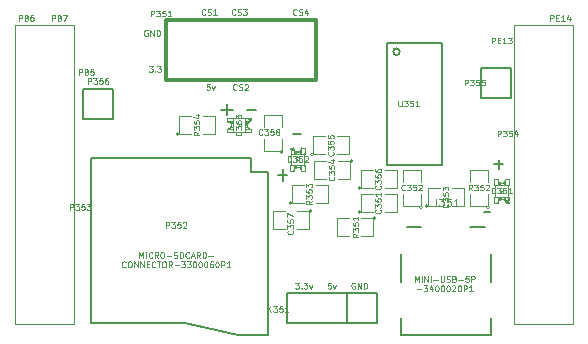
<source format=gto>
G04 (created by PCBNEW (2013-07-07 BZR 4022)-stable) date 24/01/2014 20:14:09*
%MOIN*%
G04 Gerber Fmt 3.4, Leading zero omitted, Abs format*
%FSLAX34Y34*%
G01*
G70*
G90*
G04 APERTURE LIST*
%ADD10C,0.00590551*%
%ADD11C,0.00787402*%
%ADD12C,0.004925*%
%ADD13C,0.004*%
%ADD14C,0.0039*%
%ADD15C,0.0026*%
%ADD16C,0.002*%
%ADD17C,0.0059*%
%ADD18C,0.006*%
%ADD19C,0.012*%
%ADD20C,0.005*%
%ADD21C,0.0043*%
%ADD22C,0.0035*%
G04 APERTURE END LIST*
G54D10*
G54D11*
X76750Y-63300D02*
X76800Y-63300D01*
X76600Y-63450D02*
X76600Y-63100D01*
X76400Y-63300D02*
X76750Y-63300D01*
X77250Y-63300D02*
X77550Y-63300D01*
X78450Y-65250D02*
X78450Y-65650D01*
X78300Y-65450D02*
X78600Y-65450D01*
X78800Y-64100D02*
X79050Y-64100D01*
X85350Y-66700D02*
X85150Y-66700D01*
X85650Y-65250D02*
X85650Y-64950D01*
X85500Y-65100D02*
X85800Y-65100D01*
G54D12*
X71656Y-62129D02*
X71656Y-61932D01*
X71731Y-61932D01*
X71749Y-61942D01*
X71759Y-61951D01*
X71768Y-61970D01*
X71768Y-61998D01*
X71759Y-62017D01*
X71749Y-62026D01*
X71731Y-62035D01*
X71656Y-62035D01*
X71918Y-62026D02*
X71946Y-62035D01*
X71956Y-62045D01*
X71965Y-62064D01*
X71965Y-62092D01*
X71956Y-62110D01*
X71946Y-62120D01*
X71928Y-62129D01*
X71853Y-62129D01*
X71853Y-61932D01*
X71918Y-61932D01*
X71937Y-61942D01*
X71946Y-61951D01*
X71956Y-61970D01*
X71956Y-61989D01*
X71946Y-62007D01*
X71937Y-62017D01*
X71918Y-62026D01*
X71853Y-62026D01*
X72143Y-61932D02*
X72050Y-61932D01*
X72040Y-62026D01*
X72050Y-62017D01*
X72068Y-62007D01*
X72115Y-62007D01*
X72134Y-62017D01*
X72143Y-62026D01*
X72153Y-62045D01*
X72153Y-62092D01*
X72143Y-62110D01*
X72134Y-62120D01*
X72115Y-62129D01*
X72068Y-62129D01*
X72050Y-62120D01*
X72040Y-62110D01*
X76923Y-62610D02*
X76913Y-62620D01*
X76885Y-62629D01*
X76867Y-62629D01*
X76838Y-62620D01*
X76820Y-62601D01*
X76810Y-62582D01*
X76801Y-62545D01*
X76801Y-62517D01*
X76810Y-62479D01*
X76820Y-62460D01*
X76838Y-62442D01*
X76867Y-62432D01*
X76885Y-62432D01*
X76913Y-62442D01*
X76923Y-62451D01*
X76998Y-62620D02*
X77026Y-62629D01*
X77073Y-62629D01*
X77092Y-62620D01*
X77101Y-62610D01*
X77110Y-62592D01*
X77110Y-62573D01*
X77101Y-62554D01*
X77092Y-62545D01*
X77073Y-62535D01*
X77035Y-62526D01*
X77017Y-62517D01*
X77007Y-62507D01*
X76998Y-62489D01*
X76998Y-62470D01*
X77007Y-62451D01*
X77017Y-62442D01*
X77035Y-62432D01*
X77082Y-62432D01*
X77110Y-62442D01*
X77186Y-62451D02*
X77195Y-62442D01*
X77214Y-62432D01*
X77261Y-62432D01*
X77279Y-62442D01*
X77289Y-62451D01*
X77298Y-62470D01*
X77298Y-62489D01*
X77289Y-62517D01*
X77176Y-62629D01*
X77298Y-62629D01*
X78923Y-60110D02*
X78913Y-60120D01*
X78885Y-60129D01*
X78867Y-60129D01*
X78838Y-60120D01*
X78820Y-60101D01*
X78810Y-60082D01*
X78801Y-60045D01*
X78801Y-60017D01*
X78810Y-59979D01*
X78820Y-59960D01*
X78838Y-59942D01*
X78867Y-59932D01*
X78885Y-59932D01*
X78913Y-59942D01*
X78923Y-59951D01*
X78998Y-60120D02*
X79026Y-60129D01*
X79073Y-60129D01*
X79092Y-60120D01*
X79101Y-60110D01*
X79110Y-60092D01*
X79110Y-60073D01*
X79101Y-60054D01*
X79092Y-60045D01*
X79073Y-60035D01*
X79035Y-60026D01*
X79017Y-60017D01*
X79007Y-60007D01*
X78998Y-59989D01*
X78998Y-59970D01*
X79007Y-59951D01*
X79017Y-59942D01*
X79035Y-59932D01*
X79082Y-59932D01*
X79110Y-59942D01*
X79279Y-59998D02*
X79279Y-60129D01*
X79232Y-59923D02*
X79186Y-60064D01*
X79307Y-60064D01*
X76873Y-60110D02*
X76863Y-60120D01*
X76835Y-60129D01*
X76817Y-60129D01*
X76788Y-60120D01*
X76770Y-60101D01*
X76760Y-60082D01*
X76751Y-60045D01*
X76751Y-60017D01*
X76760Y-59979D01*
X76770Y-59960D01*
X76788Y-59942D01*
X76817Y-59932D01*
X76835Y-59932D01*
X76863Y-59942D01*
X76873Y-59951D01*
X76948Y-60120D02*
X76976Y-60129D01*
X77023Y-60129D01*
X77042Y-60120D01*
X77051Y-60110D01*
X77060Y-60092D01*
X77060Y-60073D01*
X77051Y-60054D01*
X77042Y-60045D01*
X77023Y-60035D01*
X76985Y-60026D01*
X76967Y-60017D01*
X76957Y-60007D01*
X76948Y-59989D01*
X76948Y-59970D01*
X76957Y-59951D01*
X76967Y-59942D01*
X76985Y-59932D01*
X77032Y-59932D01*
X77060Y-59942D01*
X77126Y-59932D02*
X77248Y-59932D01*
X77182Y-60007D01*
X77211Y-60007D01*
X77229Y-60017D01*
X77239Y-60026D01*
X77248Y-60045D01*
X77248Y-60092D01*
X77239Y-60110D01*
X77229Y-60120D01*
X77211Y-60129D01*
X77154Y-60129D01*
X77136Y-60120D01*
X77126Y-60110D01*
X75873Y-60110D02*
X75863Y-60120D01*
X75835Y-60129D01*
X75817Y-60129D01*
X75788Y-60120D01*
X75770Y-60101D01*
X75760Y-60082D01*
X75751Y-60045D01*
X75751Y-60017D01*
X75760Y-59979D01*
X75770Y-59960D01*
X75788Y-59942D01*
X75817Y-59932D01*
X75835Y-59932D01*
X75863Y-59942D01*
X75873Y-59951D01*
X75948Y-60120D02*
X75976Y-60129D01*
X76023Y-60129D01*
X76042Y-60120D01*
X76051Y-60110D01*
X76060Y-60092D01*
X76060Y-60073D01*
X76051Y-60054D01*
X76042Y-60045D01*
X76023Y-60035D01*
X75985Y-60026D01*
X75967Y-60017D01*
X75957Y-60007D01*
X75948Y-59989D01*
X75948Y-59970D01*
X75957Y-59951D01*
X75967Y-59942D01*
X75985Y-59932D01*
X76032Y-59932D01*
X76060Y-59942D01*
X76248Y-60129D02*
X76136Y-60129D01*
X76192Y-60129D02*
X76192Y-59932D01*
X76173Y-59960D01*
X76154Y-59979D01*
X76136Y-59989D01*
X76021Y-62432D02*
X75928Y-62432D01*
X75918Y-62526D01*
X75928Y-62517D01*
X75946Y-62507D01*
X75993Y-62507D01*
X76012Y-62517D01*
X76021Y-62526D01*
X76031Y-62545D01*
X76031Y-62592D01*
X76021Y-62610D01*
X76012Y-62620D01*
X75993Y-62629D01*
X75946Y-62629D01*
X75928Y-62620D01*
X75918Y-62610D01*
X76096Y-62498D02*
X76143Y-62629D01*
X76190Y-62498D01*
X73993Y-61832D02*
X74115Y-61832D01*
X74049Y-61907D01*
X74078Y-61907D01*
X74096Y-61917D01*
X74106Y-61926D01*
X74115Y-61945D01*
X74115Y-61992D01*
X74106Y-62010D01*
X74096Y-62020D01*
X74078Y-62029D01*
X74021Y-62029D01*
X74003Y-62020D01*
X73993Y-62010D01*
X74200Y-62010D02*
X74209Y-62020D01*
X74200Y-62029D01*
X74190Y-62020D01*
X74200Y-62010D01*
X74200Y-62029D01*
X74275Y-61832D02*
X74397Y-61832D01*
X74331Y-61907D01*
X74359Y-61907D01*
X74378Y-61917D01*
X74387Y-61926D01*
X74397Y-61945D01*
X74397Y-61992D01*
X74387Y-62010D01*
X74378Y-62020D01*
X74359Y-62029D01*
X74303Y-62029D01*
X74284Y-62020D01*
X74275Y-62010D01*
X70756Y-60329D02*
X70756Y-60132D01*
X70831Y-60132D01*
X70849Y-60142D01*
X70859Y-60151D01*
X70868Y-60170D01*
X70868Y-60198D01*
X70859Y-60217D01*
X70849Y-60226D01*
X70831Y-60235D01*
X70756Y-60235D01*
X71018Y-60226D02*
X71046Y-60235D01*
X71056Y-60245D01*
X71065Y-60264D01*
X71065Y-60292D01*
X71056Y-60310D01*
X71046Y-60320D01*
X71028Y-60329D01*
X70953Y-60329D01*
X70953Y-60132D01*
X71018Y-60132D01*
X71037Y-60142D01*
X71046Y-60151D01*
X71056Y-60170D01*
X71056Y-60189D01*
X71046Y-60207D01*
X71037Y-60217D01*
X71018Y-60226D01*
X70953Y-60226D01*
X71131Y-60132D02*
X71262Y-60132D01*
X71178Y-60329D01*
X69656Y-60329D02*
X69656Y-60132D01*
X69731Y-60132D01*
X69749Y-60142D01*
X69759Y-60151D01*
X69768Y-60170D01*
X69768Y-60198D01*
X69759Y-60217D01*
X69749Y-60226D01*
X69731Y-60235D01*
X69656Y-60235D01*
X69918Y-60226D02*
X69946Y-60235D01*
X69956Y-60245D01*
X69965Y-60264D01*
X69965Y-60292D01*
X69956Y-60310D01*
X69946Y-60320D01*
X69928Y-60329D01*
X69853Y-60329D01*
X69853Y-60132D01*
X69918Y-60132D01*
X69937Y-60142D01*
X69946Y-60151D01*
X69956Y-60170D01*
X69956Y-60189D01*
X69946Y-60207D01*
X69937Y-60217D01*
X69918Y-60226D01*
X69853Y-60226D01*
X70134Y-60132D02*
X70097Y-60132D01*
X70078Y-60142D01*
X70068Y-60151D01*
X70050Y-60179D01*
X70040Y-60217D01*
X70040Y-60292D01*
X70050Y-60310D01*
X70059Y-60320D01*
X70078Y-60329D01*
X70115Y-60329D01*
X70134Y-60320D01*
X70143Y-60310D01*
X70153Y-60292D01*
X70153Y-60245D01*
X70143Y-60226D01*
X70134Y-60217D01*
X70115Y-60207D01*
X70078Y-60207D01*
X70059Y-60217D01*
X70050Y-60226D01*
X70040Y-60245D01*
X73949Y-60642D02*
X73931Y-60632D01*
X73903Y-60632D01*
X73874Y-60642D01*
X73856Y-60660D01*
X73846Y-60679D01*
X73837Y-60717D01*
X73837Y-60745D01*
X73846Y-60782D01*
X73856Y-60801D01*
X73874Y-60820D01*
X73903Y-60829D01*
X73921Y-60829D01*
X73949Y-60820D01*
X73959Y-60810D01*
X73959Y-60745D01*
X73921Y-60745D01*
X74043Y-60829D02*
X74043Y-60632D01*
X74156Y-60829D01*
X74156Y-60632D01*
X74250Y-60829D02*
X74250Y-60632D01*
X74297Y-60632D01*
X74325Y-60642D01*
X74343Y-60660D01*
X74353Y-60679D01*
X74362Y-60717D01*
X74362Y-60745D01*
X74353Y-60782D01*
X74343Y-60801D01*
X74325Y-60820D01*
X74297Y-60829D01*
X74250Y-60829D01*
X87371Y-60329D02*
X87371Y-60132D01*
X87446Y-60132D01*
X87465Y-60142D01*
X87474Y-60151D01*
X87484Y-60170D01*
X87484Y-60198D01*
X87474Y-60217D01*
X87465Y-60226D01*
X87446Y-60235D01*
X87371Y-60235D01*
X87568Y-60226D02*
X87634Y-60226D01*
X87662Y-60329D02*
X87568Y-60329D01*
X87568Y-60132D01*
X87662Y-60132D01*
X87850Y-60329D02*
X87737Y-60329D01*
X87793Y-60329D02*
X87793Y-60132D01*
X87775Y-60160D01*
X87756Y-60179D01*
X87737Y-60189D01*
X88018Y-60198D02*
X88018Y-60329D01*
X87972Y-60123D02*
X87925Y-60264D01*
X88047Y-60264D01*
X85421Y-61079D02*
X85421Y-60882D01*
X85496Y-60882D01*
X85515Y-60892D01*
X85524Y-60901D01*
X85534Y-60920D01*
X85534Y-60948D01*
X85524Y-60967D01*
X85515Y-60976D01*
X85496Y-60985D01*
X85421Y-60985D01*
X85618Y-60976D02*
X85684Y-60976D01*
X85712Y-61079D02*
X85618Y-61079D01*
X85618Y-60882D01*
X85712Y-60882D01*
X85900Y-61079D02*
X85787Y-61079D01*
X85843Y-61079D02*
X85843Y-60882D01*
X85825Y-60910D01*
X85806Y-60929D01*
X85787Y-60939D01*
X85965Y-60882D02*
X86087Y-60882D01*
X86022Y-60957D01*
X86050Y-60957D01*
X86068Y-60967D01*
X86078Y-60976D01*
X86087Y-60995D01*
X86087Y-61042D01*
X86078Y-61060D01*
X86068Y-61070D01*
X86050Y-61079D01*
X85993Y-61079D01*
X85975Y-61070D01*
X85965Y-61060D01*
G54D13*
X78874Y-69057D02*
X78996Y-69057D01*
X78930Y-69132D01*
X78958Y-69132D01*
X78977Y-69142D01*
X78986Y-69151D01*
X78996Y-69170D01*
X78996Y-69217D01*
X78986Y-69235D01*
X78977Y-69245D01*
X78958Y-69254D01*
X78902Y-69254D01*
X78883Y-69245D01*
X78874Y-69235D01*
X79080Y-69235D02*
X79090Y-69245D01*
X79080Y-69254D01*
X79071Y-69245D01*
X79080Y-69235D01*
X79080Y-69254D01*
X79155Y-69057D02*
X79277Y-69057D01*
X79211Y-69132D01*
X79240Y-69132D01*
X79258Y-69142D01*
X79268Y-69151D01*
X79277Y-69170D01*
X79277Y-69217D01*
X79268Y-69235D01*
X79258Y-69245D01*
X79240Y-69254D01*
X79183Y-69254D01*
X79165Y-69245D01*
X79155Y-69235D01*
X79343Y-69123D02*
X79390Y-69254D01*
X79437Y-69123D01*
X80056Y-69057D02*
X79962Y-69057D01*
X79953Y-69151D01*
X79962Y-69142D01*
X79981Y-69132D01*
X80028Y-69132D01*
X80046Y-69142D01*
X80056Y-69151D01*
X80065Y-69170D01*
X80065Y-69217D01*
X80056Y-69235D01*
X80046Y-69245D01*
X80028Y-69254D01*
X79981Y-69254D01*
X79962Y-69245D01*
X79953Y-69235D01*
X80131Y-69123D02*
X80178Y-69254D01*
X80225Y-69123D01*
X80853Y-69067D02*
X80834Y-69057D01*
X80806Y-69057D01*
X80778Y-69067D01*
X80759Y-69085D01*
X80750Y-69104D01*
X80741Y-69142D01*
X80741Y-69170D01*
X80750Y-69207D01*
X80759Y-69226D01*
X80778Y-69245D01*
X80806Y-69254D01*
X80825Y-69254D01*
X80853Y-69245D01*
X80863Y-69235D01*
X80863Y-69170D01*
X80825Y-69170D01*
X80947Y-69254D02*
X80947Y-69057D01*
X81060Y-69254D01*
X81060Y-69057D01*
X81153Y-69254D02*
X81153Y-69057D01*
X81200Y-69057D01*
X81228Y-69067D01*
X81247Y-69085D01*
X81257Y-69104D01*
X81266Y-69142D01*
X81266Y-69170D01*
X81257Y-69207D01*
X81247Y-69226D01*
X81228Y-69245D01*
X81200Y-69254D01*
X81153Y-69254D01*
X82855Y-69029D02*
X82855Y-68832D01*
X82921Y-68973D01*
X82986Y-68832D01*
X82986Y-69029D01*
X83080Y-69029D02*
X83080Y-68832D01*
X83174Y-69029D02*
X83174Y-68832D01*
X83287Y-69029D01*
X83287Y-68832D01*
X83380Y-69029D02*
X83380Y-68832D01*
X83474Y-68954D02*
X83624Y-68954D01*
X83718Y-68832D02*
X83718Y-68992D01*
X83728Y-69010D01*
X83737Y-69020D01*
X83756Y-69029D01*
X83793Y-69029D01*
X83812Y-69020D01*
X83821Y-69010D01*
X83831Y-68992D01*
X83831Y-68832D01*
X83915Y-69020D02*
X83943Y-69029D01*
X83990Y-69029D01*
X84009Y-69020D01*
X84018Y-69010D01*
X84028Y-68992D01*
X84028Y-68973D01*
X84018Y-68954D01*
X84009Y-68945D01*
X83990Y-68935D01*
X83953Y-68926D01*
X83934Y-68917D01*
X83925Y-68907D01*
X83915Y-68889D01*
X83915Y-68870D01*
X83925Y-68851D01*
X83934Y-68842D01*
X83953Y-68832D01*
X84000Y-68832D01*
X84028Y-68842D01*
X84178Y-68926D02*
X84206Y-68935D01*
X84215Y-68945D01*
X84225Y-68964D01*
X84225Y-68992D01*
X84215Y-69010D01*
X84206Y-69020D01*
X84187Y-69029D01*
X84112Y-69029D01*
X84112Y-68832D01*
X84178Y-68832D01*
X84197Y-68842D01*
X84206Y-68851D01*
X84215Y-68870D01*
X84215Y-68889D01*
X84206Y-68907D01*
X84197Y-68917D01*
X84178Y-68926D01*
X84112Y-68926D01*
X84309Y-68954D02*
X84459Y-68954D01*
X84647Y-68832D02*
X84553Y-68832D01*
X84544Y-68926D01*
X84553Y-68917D01*
X84572Y-68907D01*
X84619Y-68907D01*
X84638Y-68917D01*
X84647Y-68926D01*
X84656Y-68945D01*
X84656Y-68992D01*
X84647Y-69010D01*
X84638Y-69020D01*
X84619Y-69029D01*
X84572Y-69029D01*
X84553Y-69020D01*
X84544Y-69010D01*
X84741Y-69029D02*
X84741Y-68832D01*
X84816Y-68832D01*
X84835Y-68842D01*
X84844Y-68851D01*
X84853Y-68870D01*
X84853Y-68898D01*
X84844Y-68917D01*
X84835Y-68926D01*
X84816Y-68935D01*
X84741Y-68935D01*
X82925Y-69270D02*
X83076Y-69270D01*
X83151Y-69148D02*
X83273Y-69148D01*
X83207Y-69223D01*
X83235Y-69223D01*
X83254Y-69232D01*
X83263Y-69242D01*
X83273Y-69261D01*
X83273Y-69308D01*
X83263Y-69326D01*
X83254Y-69336D01*
X83235Y-69345D01*
X83179Y-69345D01*
X83160Y-69336D01*
X83151Y-69326D01*
X83441Y-69214D02*
X83441Y-69345D01*
X83395Y-69139D02*
X83348Y-69279D01*
X83470Y-69279D01*
X83582Y-69148D02*
X83601Y-69148D01*
X83620Y-69157D01*
X83629Y-69167D01*
X83638Y-69186D01*
X83648Y-69223D01*
X83648Y-69270D01*
X83638Y-69308D01*
X83629Y-69326D01*
X83620Y-69336D01*
X83601Y-69345D01*
X83582Y-69345D01*
X83563Y-69336D01*
X83554Y-69326D01*
X83545Y-69308D01*
X83535Y-69270D01*
X83535Y-69223D01*
X83545Y-69186D01*
X83554Y-69167D01*
X83563Y-69157D01*
X83582Y-69148D01*
X83770Y-69148D02*
X83789Y-69148D01*
X83807Y-69157D01*
X83817Y-69167D01*
X83826Y-69186D01*
X83835Y-69223D01*
X83835Y-69270D01*
X83826Y-69308D01*
X83817Y-69326D01*
X83807Y-69336D01*
X83789Y-69345D01*
X83770Y-69345D01*
X83751Y-69336D01*
X83742Y-69326D01*
X83732Y-69308D01*
X83723Y-69270D01*
X83723Y-69223D01*
X83732Y-69186D01*
X83742Y-69167D01*
X83751Y-69157D01*
X83770Y-69148D01*
X83957Y-69148D02*
X83976Y-69148D01*
X83995Y-69157D01*
X84004Y-69167D01*
X84014Y-69186D01*
X84023Y-69223D01*
X84023Y-69270D01*
X84014Y-69308D01*
X84004Y-69326D01*
X83995Y-69336D01*
X83976Y-69345D01*
X83957Y-69345D01*
X83939Y-69336D01*
X83929Y-69326D01*
X83920Y-69308D01*
X83910Y-69270D01*
X83910Y-69223D01*
X83920Y-69186D01*
X83929Y-69167D01*
X83939Y-69157D01*
X83957Y-69148D01*
X84098Y-69167D02*
X84107Y-69157D01*
X84126Y-69148D01*
X84173Y-69148D01*
X84192Y-69157D01*
X84201Y-69167D01*
X84211Y-69186D01*
X84211Y-69204D01*
X84201Y-69232D01*
X84089Y-69345D01*
X84211Y-69345D01*
X84333Y-69148D02*
X84351Y-69148D01*
X84370Y-69157D01*
X84380Y-69167D01*
X84389Y-69186D01*
X84398Y-69223D01*
X84398Y-69270D01*
X84389Y-69308D01*
X84380Y-69326D01*
X84370Y-69336D01*
X84351Y-69345D01*
X84333Y-69345D01*
X84314Y-69336D01*
X84304Y-69326D01*
X84295Y-69308D01*
X84286Y-69270D01*
X84286Y-69223D01*
X84295Y-69186D01*
X84304Y-69167D01*
X84314Y-69157D01*
X84333Y-69148D01*
X84483Y-69345D02*
X84483Y-69148D01*
X84558Y-69148D01*
X84577Y-69157D01*
X84586Y-69167D01*
X84595Y-69186D01*
X84595Y-69214D01*
X84586Y-69232D01*
X84577Y-69242D01*
X84558Y-69251D01*
X84483Y-69251D01*
X84783Y-69345D02*
X84670Y-69345D01*
X84727Y-69345D02*
X84727Y-69148D01*
X84708Y-69176D01*
X84689Y-69195D01*
X84670Y-69204D01*
X73671Y-68229D02*
X73671Y-68032D01*
X73736Y-68173D01*
X73802Y-68032D01*
X73802Y-68229D01*
X73896Y-68229D02*
X73896Y-68032D01*
X74102Y-68210D02*
X74093Y-68220D01*
X74065Y-68229D01*
X74046Y-68229D01*
X74018Y-68220D01*
X73999Y-68201D01*
X73990Y-68182D01*
X73980Y-68145D01*
X73980Y-68117D01*
X73990Y-68079D01*
X73999Y-68060D01*
X74018Y-68042D01*
X74046Y-68032D01*
X74065Y-68032D01*
X74093Y-68042D01*
X74102Y-68051D01*
X74299Y-68229D02*
X74233Y-68135D01*
X74187Y-68229D02*
X74187Y-68032D01*
X74262Y-68032D01*
X74280Y-68042D01*
X74290Y-68051D01*
X74299Y-68070D01*
X74299Y-68098D01*
X74290Y-68117D01*
X74280Y-68126D01*
X74262Y-68135D01*
X74187Y-68135D01*
X74421Y-68032D02*
X74459Y-68032D01*
X74477Y-68042D01*
X74496Y-68060D01*
X74506Y-68098D01*
X74506Y-68164D01*
X74496Y-68201D01*
X74477Y-68220D01*
X74459Y-68229D01*
X74421Y-68229D01*
X74402Y-68220D01*
X74384Y-68201D01*
X74374Y-68164D01*
X74374Y-68098D01*
X74384Y-68060D01*
X74402Y-68042D01*
X74421Y-68032D01*
X74590Y-68154D02*
X74740Y-68154D01*
X74824Y-68220D02*
X74853Y-68229D01*
X74900Y-68229D01*
X74918Y-68220D01*
X74928Y-68210D01*
X74937Y-68192D01*
X74937Y-68173D01*
X74928Y-68154D01*
X74918Y-68145D01*
X74900Y-68135D01*
X74862Y-68126D01*
X74843Y-68117D01*
X74834Y-68107D01*
X74824Y-68089D01*
X74824Y-68070D01*
X74834Y-68051D01*
X74843Y-68042D01*
X74862Y-68032D01*
X74909Y-68032D01*
X74937Y-68042D01*
X75021Y-68229D02*
X75021Y-68032D01*
X75068Y-68032D01*
X75097Y-68042D01*
X75115Y-68060D01*
X75125Y-68079D01*
X75134Y-68117D01*
X75134Y-68145D01*
X75125Y-68182D01*
X75115Y-68201D01*
X75097Y-68220D01*
X75068Y-68229D01*
X75021Y-68229D01*
X75331Y-68210D02*
X75322Y-68220D01*
X75294Y-68229D01*
X75275Y-68229D01*
X75247Y-68220D01*
X75228Y-68201D01*
X75218Y-68182D01*
X75209Y-68145D01*
X75209Y-68117D01*
X75218Y-68079D01*
X75228Y-68060D01*
X75247Y-68042D01*
X75275Y-68032D01*
X75294Y-68032D01*
X75322Y-68042D01*
X75331Y-68051D01*
X75406Y-68173D02*
X75500Y-68173D01*
X75387Y-68229D02*
X75453Y-68032D01*
X75519Y-68229D01*
X75697Y-68229D02*
X75631Y-68135D01*
X75584Y-68229D02*
X75584Y-68032D01*
X75659Y-68032D01*
X75678Y-68042D01*
X75688Y-68051D01*
X75697Y-68070D01*
X75697Y-68098D01*
X75688Y-68117D01*
X75678Y-68126D01*
X75659Y-68135D01*
X75584Y-68135D01*
X75781Y-68229D02*
X75781Y-68032D01*
X75828Y-68032D01*
X75856Y-68042D01*
X75875Y-68060D01*
X75885Y-68079D01*
X75894Y-68117D01*
X75894Y-68145D01*
X75885Y-68182D01*
X75875Y-68201D01*
X75856Y-68220D01*
X75828Y-68229D01*
X75781Y-68229D01*
X75978Y-68154D02*
X76128Y-68154D01*
X73216Y-68526D02*
X73206Y-68536D01*
X73178Y-68545D01*
X73159Y-68545D01*
X73131Y-68536D01*
X73112Y-68517D01*
X73103Y-68498D01*
X73094Y-68461D01*
X73094Y-68432D01*
X73103Y-68395D01*
X73112Y-68376D01*
X73131Y-68357D01*
X73159Y-68348D01*
X73178Y-68348D01*
X73206Y-68357D01*
X73216Y-68367D01*
X73338Y-68348D02*
X73375Y-68348D01*
X73394Y-68357D01*
X73413Y-68376D01*
X73422Y-68414D01*
X73422Y-68479D01*
X73413Y-68517D01*
X73394Y-68536D01*
X73375Y-68545D01*
X73338Y-68545D01*
X73319Y-68536D01*
X73300Y-68517D01*
X73291Y-68479D01*
X73291Y-68414D01*
X73300Y-68376D01*
X73319Y-68357D01*
X73338Y-68348D01*
X73506Y-68545D02*
X73506Y-68348D01*
X73619Y-68545D01*
X73619Y-68348D01*
X73713Y-68545D02*
X73713Y-68348D01*
X73825Y-68545D01*
X73825Y-68348D01*
X73919Y-68442D02*
X73985Y-68442D01*
X74013Y-68545D02*
X73919Y-68545D01*
X73919Y-68348D01*
X74013Y-68348D01*
X74210Y-68526D02*
X74201Y-68536D01*
X74172Y-68545D01*
X74154Y-68545D01*
X74126Y-68536D01*
X74107Y-68517D01*
X74097Y-68498D01*
X74088Y-68461D01*
X74088Y-68432D01*
X74097Y-68395D01*
X74107Y-68376D01*
X74126Y-68357D01*
X74154Y-68348D01*
X74172Y-68348D01*
X74201Y-68357D01*
X74210Y-68367D01*
X74266Y-68348D02*
X74379Y-68348D01*
X74323Y-68545D02*
X74323Y-68348D01*
X74482Y-68348D02*
X74520Y-68348D01*
X74538Y-68357D01*
X74557Y-68376D01*
X74566Y-68414D01*
X74566Y-68479D01*
X74557Y-68517D01*
X74538Y-68536D01*
X74520Y-68545D01*
X74482Y-68545D01*
X74463Y-68536D01*
X74445Y-68517D01*
X74435Y-68479D01*
X74435Y-68414D01*
X74445Y-68376D01*
X74463Y-68357D01*
X74482Y-68348D01*
X74763Y-68545D02*
X74698Y-68451D01*
X74651Y-68545D02*
X74651Y-68348D01*
X74726Y-68348D01*
X74745Y-68357D01*
X74754Y-68367D01*
X74763Y-68386D01*
X74763Y-68414D01*
X74754Y-68432D01*
X74745Y-68442D01*
X74726Y-68451D01*
X74651Y-68451D01*
X74848Y-68470D02*
X74998Y-68470D01*
X75073Y-68348D02*
X75195Y-68348D01*
X75129Y-68423D01*
X75157Y-68423D01*
X75176Y-68432D01*
X75186Y-68442D01*
X75195Y-68461D01*
X75195Y-68508D01*
X75186Y-68526D01*
X75176Y-68536D01*
X75157Y-68545D01*
X75101Y-68545D01*
X75082Y-68536D01*
X75073Y-68526D01*
X75261Y-68348D02*
X75383Y-68348D01*
X75317Y-68423D01*
X75345Y-68423D01*
X75364Y-68432D01*
X75373Y-68442D01*
X75383Y-68461D01*
X75383Y-68508D01*
X75373Y-68526D01*
X75364Y-68536D01*
X75345Y-68545D01*
X75289Y-68545D01*
X75270Y-68536D01*
X75261Y-68526D01*
X75505Y-68348D02*
X75523Y-68348D01*
X75542Y-68357D01*
X75551Y-68367D01*
X75561Y-68386D01*
X75570Y-68423D01*
X75570Y-68470D01*
X75561Y-68508D01*
X75551Y-68526D01*
X75542Y-68536D01*
X75523Y-68545D01*
X75505Y-68545D01*
X75486Y-68536D01*
X75476Y-68526D01*
X75467Y-68508D01*
X75458Y-68470D01*
X75458Y-68423D01*
X75467Y-68386D01*
X75476Y-68367D01*
X75486Y-68357D01*
X75505Y-68348D01*
X75692Y-68348D02*
X75711Y-68348D01*
X75730Y-68357D01*
X75739Y-68367D01*
X75748Y-68386D01*
X75758Y-68423D01*
X75758Y-68470D01*
X75748Y-68508D01*
X75739Y-68526D01*
X75730Y-68536D01*
X75711Y-68545D01*
X75692Y-68545D01*
X75673Y-68536D01*
X75664Y-68526D01*
X75655Y-68508D01*
X75645Y-68470D01*
X75645Y-68423D01*
X75655Y-68386D01*
X75664Y-68367D01*
X75673Y-68357D01*
X75692Y-68348D01*
X75880Y-68348D02*
X75899Y-68348D01*
X75917Y-68357D01*
X75927Y-68367D01*
X75936Y-68386D01*
X75945Y-68423D01*
X75945Y-68470D01*
X75936Y-68508D01*
X75927Y-68526D01*
X75917Y-68536D01*
X75899Y-68545D01*
X75880Y-68545D01*
X75861Y-68536D01*
X75852Y-68526D01*
X75842Y-68508D01*
X75833Y-68470D01*
X75833Y-68423D01*
X75842Y-68386D01*
X75852Y-68367D01*
X75861Y-68357D01*
X75880Y-68348D01*
X76114Y-68348D02*
X76077Y-68348D01*
X76058Y-68357D01*
X76049Y-68367D01*
X76030Y-68395D01*
X76021Y-68432D01*
X76021Y-68508D01*
X76030Y-68526D01*
X76039Y-68536D01*
X76058Y-68545D01*
X76096Y-68545D01*
X76114Y-68536D01*
X76124Y-68526D01*
X76133Y-68508D01*
X76133Y-68461D01*
X76124Y-68442D01*
X76114Y-68432D01*
X76096Y-68423D01*
X76058Y-68423D01*
X76039Y-68432D01*
X76030Y-68442D01*
X76021Y-68461D01*
X76255Y-68348D02*
X76274Y-68348D01*
X76293Y-68357D01*
X76302Y-68367D01*
X76311Y-68386D01*
X76321Y-68423D01*
X76321Y-68470D01*
X76311Y-68508D01*
X76302Y-68526D01*
X76293Y-68536D01*
X76274Y-68545D01*
X76255Y-68545D01*
X76236Y-68536D01*
X76227Y-68526D01*
X76218Y-68508D01*
X76208Y-68470D01*
X76208Y-68423D01*
X76218Y-68386D01*
X76227Y-68367D01*
X76236Y-68357D01*
X76255Y-68348D01*
X76405Y-68545D02*
X76405Y-68348D01*
X76480Y-68348D01*
X76499Y-68357D01*
X76508Y-68367D01*
X76518Y-68386D01*
X76518Y-68414D01*
X76508Y-68432D01*
X76499Y-68442D01*
X76480Y-68451D01*
X76405Y-68451D01*
X76705Y-68545D02*
X76593Y-68545D01*
X76649Y-68545D02*
X76649Y-68348D01*
X76630Y-68376D01*
X76612Y-68395D01*
X76593Y-68404D01*
G54D14*
X81050Y-66700D02*
G75*
G03X81050Y-66700I-50J0D01*
G74*
G01*
X81450Y-66700D02*
X81050Y-66700D01*
X81050Y-66700D02*
X81050Y-66100D01*
X81050Y-66100D02*
X81450Y-66100D01*
X81850Y-66100D02*
X82250Y-66100D01*
X82250Y-66100D02*
X82250Y-66700D01*
X82250Y-66700D02*
X81850Y-66700D01*
X83100Y-66550D02*
G75*
G03X83100Y-66550I-50J0D01*
G74*
G01*
X83050Y-66100D02*
X83050Y-66500D01*
X83050Y-66500D02*
X82450Y-66500D01*
X82450Y-66500D02*
X82450Y-66100D01*
X82450Y-65700D02*
X82450Y-65300D01*
X82450Y-65300D02*
X83050Y-65300D01*
X83050Y-65300D02*
X83050Y-65700D01*
X83300Y-66500D02*
G75*
G03X83300Y-66500I-50J0D01*
G74*
G01*
X83700Y-66500D02*
X83300Y-66500D01*
X83300Y-66500D02*
X83300Y-65900D01*
X83300Y-65900D02*
X83700Y-65900D01*
X84100Y-65900D02*
X84500Y-65900D01*
X84500Y-65900D02*
X84500Y-66500D01*
X84500Y-66500D02*
X84100Y-66500D01*
X80800Y-65000D02*
G75*
G03X80800Y-65000I-50J0D01*
G74*
G01*
X80300Y-65000D02*
X80700Y-65000D01*
X80700Y-65000D02*
X80700Y-65600D01*
X80700Y-65600D02*
X80300Y-65600D01*
X79900Y-65600D02*
X79500Y-65600D01*
X79500Y-65600D02*
X79500Y-65000D01*
X79500Y-65000D02*
X79900Y-65000D01*
X79475Y-64775D02*
G75*
G03X79475Y-64775I-50J0D01*
G74*
G01*
X79875Y-64775D02*
X79475Y-64775D01*
X79475Y-64775D02*
X79475Y-64175D01*
X79475Y-64175D02*
X79875Y-64175D01*
X80275Y-64175D02*
X80675Y-64175D01*
X80675Y-64175D02*
X80675Y-64775D01*
X80675Y-64775D02*
X80275Y-64775D01*
X81050Y-65900D02*
G75*
G03X81050Y-65900I-50J0D01*
G74*
G01*
X81450Y-65900D02*
X81050Y-65900D01*
X81050Y-65900D02*
X81050Y-65300D01*
X81050Y-65300D02*
X81450Y-65300D01*
X81850Y-65300D02*
X82250Y-65300D01*
X82250Y-65300D02*
X82250Y-65900D01*
X82250Y-65900D02*
X81850Y-65900D01*
G54D15*
X85632Y-66196D02*
X85504Y-66196D01*
X85504Y-66196D02*
X85504Y-66393D01*
X85632Y-66393D02*
X85504Y-66393D01*
X85632Y-66196D02*
X85632Y-66393D01*
X85877Y-66196D02*
X85818Y-66196D01*
X85818Y-66196D02*
X85818Y-66295D01*
X85877Y-66295D02*
X85818Y-66295D01*
X85877Y-66196D02*
X85877Y-66295D01*
X85682Y-66196D02*
X85623Y-66196D01*
X85623Y-66196D02*
X85623Y-66295D01*
X85682Y-66295D02*
X85623Y-66295D01*
X85682Y-66196D02*
X85682Y-66295D01*
X85828Y-66196D02*
X85672Y-66196D01*
X85672Y-66196D02*
X85672Y-66265D01*
X85828Y-66265D02*
X85672Y-66265D01*
X85828Y-66196D02*
X85828Y-66265D01*
X85632Y-65607D02*
X85504Y-65607D01*
X85504Y-65607D02*
X85504Y-65804D01*
X85632Y-65804D02*
X85504Y-65804D01*
X85632Y-65607D02*
X85632Y-65804D01*
X85996Y-65607D02*
X85868Y-65607D01*
X85868Y-65607D02*
X85868Y-65804D01*
X85996Y-65804D02*
X85868Y-65804D01*
X85996Y-65607D02*
X85996Y-65804D01*
X85682Y-65705D02*
X85623Y-65705D01*
X85623Y-65705D02*
X85623Y-65804D01*
X85682Y-65804D02*
X85623Y-65804D01*
X85682Y-65705D02*
X85682Y-65804D01*
X85877Y-65705D02*
X85818Y-65705D01*
X85818Y-65705D02*
X85818Y-65804D01*
X85877Y-65804D02*
X85818Y-65804D01*
X85877Y-65705D02*
X85877Y-65804D01*
X85828Y-65735D02*
X85672Y-65735D01*
X85672Y-65735D02*
X85672Y-65804D01*
X85828Y-65804D02*
X85672Y-65804D01*
X85828Y-65735D02*
X85828Y-65804D01*
X85789Y-66000D02*
X85711Y-66000D01*
X85711Y-66000D02*
X85711Y-66078D01*
X85789Y-66078D02*
X85711Y-66078D01*
X85789Y-66000D02*
X85789Y-66078D01*
X85986Y-66196D02*
X85868Y-66196D01*
X85868Y-66196D02*
X85868Y-66314D01*
X85986Y-66314D02*
X85868Y-66314D01*
X85986Y-66196D02*
X85986Y-66314D01*
X85996Y-66364D02*
X85907Y-66364D01*
X85907Y-66364D02*
X85907Y-66393D01*
X85996Y-66393D02*
X85907Y-66393D01*
X85996Y-66364D02*
X85996Y-66393D01*
G54D13*
X85524Y-66206D02*
X85524Y-65794D01*
X85976Y-65804D02*
X85976Y-66364D01*
G54D16*
X85955Y-66334D02*
G75*
G03X85955Y-66334I-28J0D01*
G74*
G01*
G54D13*
X85887Y-66393D02*
G75*
G03X85613Y-66393I-137J0D01*
G74*
G01*
X85613Y-65607D02*
G75*
G03X85887Y-65607I137J0D01*
G74*
G01*
G54D15*
X79068Y-64754D02*
X79196Y-64754D01*
X79196Y-64754D02*
X79196Y-64557D01*
X79068Y-64557D02*
X79196Y-64557D01*
X79068Y-64754D02*
X79068Y-64557D01*
X78823Y-64754D02*
X78882Y-64754D01*
X78882Y-64754D02*
X78882Y-64655D01*
X78823Y-64655D02*
X78882Y-64655D01*
X78823Y-64754D02*
X78823Y-64655D01*
X79018Y-64754D02*
X79077Y-64754D01*
X79077Y-64754D02*
X79077Y-64655D01*
X79018Y-64655D02*
X79077Y-64655D01*
X79018Y-64754D02*
X79018Y-64655D01*
X78872Y-64754D02*
X79028Y-64754D01*
X79028Y-64754D02*
X79028Y-64685D01*
X78872Y-64685D02*
X79028Y-64685D01*
X78872Y-64754D02*
X78872Y-64685D01*
X79068Y-65343D02*
X79196Y-65343D01*
X79196Y-65343D02*
X79196Y-65146D01*
X79068Y-65146D02*
X79196Y-65146D01*
X79068Y-65343D02*
X79068Y-65146D01*
X78704Y-65343D02*
X78832Y-65343D01*
X78832Y-65343D02*
X78832Y-65146D01*
X78704Y-65146D02*
X78832Y-65146D01*
X78704Y-65343D02*
X78704Y-65146D01*
X79018Y-65245D02*
X79077Y-65245D01*
X79077Y-65245D02*
X79077Y-65146D01*
X79018Y-65146D02*
X79077Y-65146D01*
X79018Y-65245D02*
X79018Y-65146D01*
X78823Y-65245D02*
X78882Y-65245D01*
X78882Y-65245D02*
X78882Y-65146D01*
X78823Y-65146D02*
X78882Y-65146D01*
X78823Y-65245D02*
X78823Y-65146D01*
X78872Y-65215D02*
X79028Y-65215D01*
X79028Y-65215D02*
X79028Y-65146D01*
X78872Y-65146D02*
X79028Y-65146D01*
X78872Y-65215D02*
X78872Y-65146D01*
X78911Y-64950D02*
X78989Y-64950D01*
X78989Y-64950D02*
X78989Y-64872D01*
X78911Y-64872D02*
X78989Y-64872D01*
X78911Y-64950D02*
X78911Y-64872D01*
X78714Y-64754D02*
X78832Y-64754D01*
X78832Y-64754D02*
X78832Y-64636D01*
X78714Y-64636D02*
X78832Y-64636D01*
X78714Y-64754D02*
X78714Y-64636D01*
X78704Y-64586D02*
X78793Y-64586D01*
X78793Y-64586D02*
X78793Y-64557D01*
X78704Y-64557D02*
X78793Y-64557D01*
X78704Y-64586D02*
X78704Y-64557D01*
G54D13*
X79176Y-64744D02*
X79176Y-65156D01*
X78724Y-65146D02*
X78724Y-64586D01*
G54D16*
X78801Y-64616D02*
G75*
G03X78801Y-64616I-28J0D01*
G74*
G01*
G54D13*
X78813Y-64557D02*
G75*
G03X79087Y-64557I137J0D01*
G74*
G01*
X79087Y-65343D02*
G75*
G03X78813Y-65343I-137J0D01*
G74*
G01*
G54D14*
X81550Y-66900D02*
G75*
G03X81550Y-66900I-50J0D01*
G74*
G01*
X81050Y-66900D02*
X81450Y-66900D01*
X81450Y-66900D02*
X81450Y-67500D01*
X81450Y-67500D02*
X81050Y-67500D01*
X80650Y-67500D02*
X80250Y-67500D01*
X80250Y-67500D02*
X80250Y-66900D01*
X80250Y-66900D02*
X80650Y-66900D01*
X85350Y-66550D02*
G75*
G03X85350Y-66550I-50J0D01*
G74*
G01*
X85300Y-66100D02*
X85300Y-66500D01*
X85300Y-66500D02*
X84700Y-66500D01*
X84700Y-66500D02*
X84700Y-66100D01*
X84700Y-65700D02*
X84700Y-65300D01*
X84700Y-65300D02*
X85300Y-65300D01*
X85300Y-65300D02*
X85300Y-65700D01*
X78750Y-66400D02*
G75*
G03X78750Y-66400I-50J0D01*
G74*
G01*
X79150Y-66400D02*
X78750Y-66400D01*
X78750Y-66400D02*
X78750Y-65800D01*
X78750Y-65800D02*
X79150Y-65800D01*
X79550Y-65800D02*
X79950Y-65800D01*
X79950Y-65800D02*
X79950Y-66400D01*
X79950Y-66400D02*
X79550Y-66400D01*
G54D17*
X83756Y-65147D02*
X81944Y-65147D01*
X81944Y-61053D02*
X83756Y-61053D01*
X83756Y-61053D02*
X83756Y-65147D01*
X81944Y-65147D02*
X81944Y-61053D01*
X82357Y-61352D02*
G75*
G03X82357Y-61352I-111J0D01*
G74*
G01*
G54D15*
X77196Y-63918D02*
X77196Y-64046D01*
X77196Y-64046D02*
X77393Y-64046D01*
X77393Y-63918D02*
X77393Y-64046D01*
X77196Y-63918D02*
X77393Y-63918D01*
X77196Y-63673D02*
X77196Y-63732D01*
X77196Y-63732D02*
X77295Y-63732D01*
X77295Y-63673D02*
X77295Y-63732D01*
X77196Y-63673D02*
X77295Y-63673D01*
X77196Y-63868D02*
X77196Y-63927D01*
X77196Y-63927D02*
X77295Y-63927D01*
X77295Y-63868D02*
X77295Y-63927D01*
X77196Y-63868D02*
X77295Y-63868D01*
X77196Y-63722D02*
X77196Y-63878D01*
X77196Y-63878D02*
X77265Y-63878D01*
X77265Y-63722D02*
X77265Y-63878D01*
X77196Y-63722D02*
X77265Y-63722D01*
X76607Y-63918D02*
X76607Y-64046D01*
X76607Y-64046D02*
X76804Y-64046D01*
X76804Y-63918D02*
X76804Y-64046D01*
X76607Y-63918D02*
X76804Y-63918D01*
X76607Y-63554D02*
X76607Y-63682D01*
X76607Y-63682D02*
X76804Y-63682D01*
X76804Y-63554D02*
X76804Y-63682D01*
X76607Y-63554D02*
X76804Y-63554D01*
X76705Y-63868D02*
X76705Y-63927D01*
X76705Y-63927D02*
X76804Y-63927D01*
X76804Y-63868D02*
X76804Y-63927D01*
X76705Y-63868D02*
X76804Y-63868D01*
X76705Y-63673D02*
X76705Y-63732D01*
X76705Y-63732D02*
X76804Y-63732D01*
X76804Y-63673D02*
X76804Y-63732D01*
X76705Y-63673D02*
X76804Y-63673D01*
X76735Y-63722D02*
X76735Y-63878D01*
X76735Y-63878D02*
X76804Y-63878D01*
X76804Y-63722D02*
X76804Y-63878D01*
X76735Y-63722D02*
X76804Y-63722D01*
X77000Y-63761D02*
X77000Y-63839D01*
X77000Y-63839D02*
X77078Y-63839D01*
X77078Y-63761D02*
X77078Y-63839D01*
X77000Y-63761D02*
X77078Y-63761D01*
X77196Y-63564D02*
X77196Y-63682D01*
X77196Y-63682D02*
X77314Y-63682D01*
X77314Y-63564D02*
X77314Y-63682D01*
X77196Y-63564D02*
X77314Y-63564D01*
X77364Y-63554D02*
X77364Y-63643D01*
X77364Y-63643D02*
X77393Y-63643D01*
X77393Y-63554D02*
X77393Y-63643D01*
X77364Y-63554D02*
X77393Y-63554D01*
G54D13*
X77206Y-64026D02*
X76794Y-64026D01*
X76804Y-63574D02*
X77364Y-63574D01*
G54D16*
X77362Y-63623D02*
G75*
G03X77362Y-63623I-28J0D01*
G74*
G01*
G54D13*
X77393Y-63663D02*
G75*
G03X77393Y-63937I0J-137D01*
G74*
G01*
X76607Y-63937D02*
G75*
G03X76607Y-63663I0J137D01*
G74*
G01*
G54D14*
X75000Y-64100D02*
G75*
G03X75000Y-64100I-50J0D01*
G74*
G01*
X75400Y-64100D02*
X75000Y-64100D01*
X75000Y-64100D02*
X75000Y-63500D01*
X75000Y-63500D02*
X75400Y-63500D01*
X75800Y-63500D02*
X76200Y-63500D01*
X76200Y-63500D02*
X76200Y-64100D01*
X76200Y-64100D02*
X75800Y-64100D01*
G54D18*
X81600Y-69400D02*
X81600Y-70400D01*
X81600Y-70400D02*
X78600Y-70400D01*
X78600Y-70400D02*
X78600Y-69400D01*
X78600Y-69400D02*
X81600Y-69400D01*
X80600Y-70400D02*
X80600Y-69400D01*
G54D14*
X69516Y-70421D02*
X71484Y-70421D01*
X71484Y-70421D02*
X71484Y-60480D01*
X71484Y-60480D02*
X69516Y-60480D01*
X69516Y-60480D02*
X69516Y-70421D01*
X86166Y-70421D02*
X88134Y-70421D01*
X88134Y-70421D02*
X88134Y-60480D01*
X88134Y-60480D02*
X86166Y-60480D01*
X86166Y-60480D02*
X86166Y-70421D01*
G54D18*
X86050Y-62900D02*
X85050Y-62900D01*
X85050Y-61900D02*
X86050Y-61900D01*
X85050Y-62900D02*
X85050Y-61900D01*
X86050Y-61900D02*
X86050Y-62900D01*
G54D19*
X74550Y-60300D02*
X79550Y-60300D01*
X79550Y-60300D02*
X79550Y-62300D01*
X79550Y-62300D02*
X74550Y-62300D01*
X74550Y-62300D02*
X74550Y-60300D01*
G54D18*
X72800Y-63600D02*
X71800Y-63600D01*
X71800Y-62600D02*
X72800Y-62600D01*
X71800Y-63600D02*
X71800Y-62600D01*
X72800Y-62600D02*
X72800Y-63600D01*
G54D14*
X79425Y-66675D02*
G75*
G03X79425Y-66675I-50J0D01*
G74*
G01*
X78925Y-66675D02*
X79325Y-66675D01*
X79325Y-66675D02*
X79325Y-67275D01*
X79325Y-67275D02*
X78925Y-67275D01*
X78525Y-67275D02*
X78125Y-67275D01*
X78125Y-67275D02*
X78125Y-66675D01*
X78125Y-66675D02*
X78525Y-66675D01*
X78475Y-64700D02*
G75*
G03X78475Y-64700I-50J0D01*
G74*
G01*
X78425Y-64250D02*
X78425Y-64650D01*
X78425Y-64650D02*
X77825Y-64650D01*
X77825Y-64650D02*
X77825Y-64250D01*
X77825Y-63850D02*
X77825Y-63450D01*
X77825Y-63450D02*
X78425Y-63450D01*
X78425Y-63450D02*
X78425Y-63850D01*
G54D20*
X85400Y-70800D02*
X85400Y-70221D01*
X82400Y-70800D02*
X82400Y-70221D01*
X84700Y-67200D02*
X85200Y-67200D01*
X85400Y-68095D02*
X85400Y-69040D01*
X82400Y-70800D02*
X85400Y-70800D01*
X82400Y-68095D02*
X82400Y-69040D01*
X82600Y-67200D02*
X83073Y-67200D01*
X76950Y-70800D02*
X75200Y-70400D01*
X72050Y-70400D02*
X75220Y-70400D01*
X72050Y-64900D02*
X72050Y-70400D01*
X77950Y-70800D02*
X76953Y-70800D01*
X77400Y-64900D02*
X77400Y-65350D01*
X77400Y-65350D02*
X77950Y-65350D01*
X72050Y-64900D02*
X77400Y-64900D01*
X77950Y-65350D02*
X77950Y-70800D01*
G54D13*
X81710Y-66620D02*
X81720Y-66629D01*
X81729Y-66657D01*
X81729Y-66676D01*
X81720Y-66704D01*
X81701Y-66723D01*
X81682Y-66733D01*
X81645Y-66742D01*
X81617Y-66742D01*
X81579Y-66733D01*
X81560Y-66723D01*
X81542Y-66704D01*
X81532Y-66676D01*
X81532Y-66657D01*
X81542Y-66629D01*
X81551Y-66620D01*
X81532Y-66554D02*
X81532Y-66432D01*
X81607Y-66498D01*
X81607Y-66470D01*
X81617Y-66451D01*
X81626Y-66442D01*
X81645Y-66432D01*
X81692Y-66432D01*
X81710Y-66442D01*
X81720Y-66451D01*
X81729Y-66470D01*
X81729Y-66526D01*
X81720Y-66545D01*
X81710Y-66554D01*
X81532Y-66254D02*
X81532Y-66348D01*
X81626Y-66357D01*
X81617Y-66348D01*
X81607Y-66329D01*
X81607Y-66282D01*
X81617Y-66263D01*
X81626Y-66254D01*
X81645Y-66245D01*
X81692Y-66245D01*
X81710Y-66254D01*
X81720Y-66263D01*
X81729Y-66282D01*
X81729Y-66329D01*
X81720Y-66348D01*
X81710Y-66357D01*
X81729Y-66057D02*
X81729Y-66170D01*
X81729Y-66113D02*
X81532Y-66113D01*
X81560Y-66132D01*
X81579Y-66151D01*
X81589Y-66170D01*
X82529Y-65960D02*
X82520Y-65970D01*
X82492Y-65979D01*
X82473Y-65979D01*
X82445Y-65970D01*
X82426Y-65951D01*
X82416Y-65932D01*
X82407Y-65895D01*
X82407Y-65867D01*
X82416Y-65829D01*
X82426Y-65810D01*
X82445Y-65792D01*
X82473Y-65782D01*
X82492Y-65782D01*
X82520Y-65792D01*
X82529Y-65801D01*
X82595Y-65782D02*
X82717Y-65782D01*
X82651Y-65857D01*
X82679Y-65857D01*
X82698Y-65867D01*
X82707Y-65876D01*
X82717Y-65895D01*
X82717Y-65942D01*
X82707Y-65960D01*
X82698Y-65970D01*
X82679Y-65979D01*
X82623Y-65979D01*
X82604Y-65970D01*
X82595Y-65960D01*
X82895Y-65782D02*
X82801Y-65782D01*
X82792Y-65876D01*
X82801Y-65867D01*
X82820Y-65857D01*
X82867Y-65857D01*
X82886Y-65867D01*
X82895Y-65876D01*
X82904Y-65895D01*
X82904Y-65942D01*
X82895Y-65960D01*
X82886Y-65970D01*
X82867Y-65979D01*
X82820Y-65979D01*
X82801Y-65970D01*
X82792Y-65960D01*
X82979Y-65801D02*
X82989Y-65792D01*
X83007Y-65782D01*
X83054Y-65782D01*
X83073Y-65792D01*
X83083Y-65801D01*
X83092Y-65820D01*
X83092Y-65839D01*
X83083Y-65867D01*
X82970Y-65979D01*
X83092Y-65979D01*
X83960Y-66420D02*
X83970Y-66429D01*
X83979Y-66457D01*
X83979Y-66476D01*
X83970Y-66504D01*
X83951Y-66523D01*
X83932Y-66533D01*
X83895Y-66542D01*
X83867Y-66542D01*
X83829Y-66533D01*
X83810Y-66523D01*
X83792Y-66504D01*
X83782Y-66476D01*
X83782Y-66457D01*
X83792Y-66429D01*
X83801Y-66420D01*
X83782Y-66354D02*
X83782Y-66232D01*
X83857Y-66298D01*
X83857Y-66270D01*
X83867Y-66251D01*
X83876Y-66242D01*
X83895Y-66232D01*
X83942Y-66232D01*
X83960Y-66242D01*
X83970Y-66251D01*
X83979Y-66270D01*
X83979Y-66326D01*
X83970Y-66345D01*
X83960Y-66354D01*
X83782Y-66054D02*
X83782Y-66148D01*
X83876Y-66157D01*
X83867Y-66148D01*
X83857Y-66129D01*
X83857Y-66082D01*
X83867Y-66063D01*
X83876Y-66054D01*
X83895Y-66045D01*
X83942Y-66045D01*
X83960Y-66054D01*
X83970Y-66063D01*
X83979Y-66082D01*
X83979Y-66129D01*
X83970Y-66148D01*
X83960Y-66157D01*
X83782Y-65979D02*
X83782Y-65857D01*
X83857Y-65923D01*
X83857Y-65895D01*
X83867Y-65876D01*
X83876Y-65866D01*
X83895Y-65857D01*
X83942Y-65857D01*
X83960Y-65866D01*
X83970Y-65876D01*
X83979Y-65895D01*
X83979Y-65951D01*
X83970Y-65970D01*
X83960Y-65979D01*
X80160Y-65520D02*
X80170Y-65529D01*
X80179Y-65557D01*
X80179Y-65576D01*
X80170Y-65604D01*
X80151Y-65623D01*
X80132Y-65633D01*
X80095Y-65642D01*
X80067Y-65642D01*
X80029Y-65633D01*
X80010Y-65623D01*
X79992Y-65604D01*
X79982Y-65576D01*
X79982Y-65557D01*
X79992Y-65529D01*
X80001Y-65520D01*
X79982Y-65454D02*
X79982Y-65332D01*
X80057Y-65398D01*
X80057Y-65370D01*
X80067Y-65351D01*
X80076Y-65342D01*
X80095Y-65332D01*
X80142Y-65332D01*
X80160Y-65342D01*
X80170Y-65351D01*
X80179Y-65370D01*
X80179Y-65426D01*
X80170Y-65445D01*
X80160Y-65454D01*
X79982Y-65154D02*
X79982Y-65248D01*
X80076Y-65257D01*
X80067Y-65248D01*
X80057Y-65229D01*
X80057Y-65182D01*
X80067Y-65163D01*
X80076Y-65154D01*
X80095Y-65145D01*
X80142Y-65145D01*
X80160Y-65154D01*
X80170Y-65163D01*
X80179Y-65182D01*
X80179Y-65229D01*
X80170Y-65248D01*
X80160Y-65257D01*
X80048Y-64976D02*
X80179Y-64976D01*
X79973Y-65023D02*
X80114Y-65070D01*
X80114Y-64948D01*
X80135Y-64695D02*
X80145Y-64704D01*
X80154Y-64732D01*
X80154Y-64751D01*
X80145Y-64779D01*
X80126Y-64798D01*
X80107Y-64808D01*
X80070Y-64817D01*
X80042Y-64817D01*
X80004Y-64808D01*
X79985Y-64798D01*
X79967Y-64779D01*
X79957Y-64751D01*
X79957Y-64732D01*
X79967Y-64704D01*
X79976Y-64695D01*
X79957Y-64629D02*
X79957Y-64507D01*
X80032Y-64573D01*
X80032Y-64545D01*
X80042Y-64526D01*
X80051Y-64517D01*
X80070Y-64507D01*
X80117Y-64507D01*
X80135Y-64517D01*
X80145Y-64526D01*
X80154Y-64545D01*
X80154Y-64601D01*
X80145Y-64620D01*
X80135Y-64629D01*
X79957Y-64329D02*
X79957Y-64423D01*
X80051Y-64432D01*
X80042Y-64423D01*
X80032Y-64404D01*
X80032Y-64357D01*
X80042Y-64338D01*
X80051Y-64329D01*
X80070Y-64320D01*
X80117Y-64320D01*
X80135Y-64329D01*
X80145Y-64338D01*
X80154Y-64357D01*
X80154Y-64404D01*
X80145Y-64423D01*
X80135Y-64432D01*
X79957Y-64141D02*
X79957Y-64235D01*
X80051Y-64245D01*
X80042Y-64235D01*
X80032Y-64217D01*
X80032Y-64170D01*
X80042Y-64151D01*
X80051Y-64141D01*
X80070Y-64132D01*
X80117Y-64132D01*
X80135Y-64141D01*
X80145Y-64151D01*
X80154Y-64170D01*
X80154Y-64217D01*
X80145Y-64235D01*
X80135Y-64245D01*
X81710Y-65820D02*
X81720Y-65829D01*
X81729Y-65857D01*
X81729Y-65876D01*
X81720Y-65904D01*
X81701Y-65923D01*
X81682Y-65933D01*
X81645Y-65942D01*
X81617Y-65942D01*
X81579Y-65933D01*
X81560Y-65923D01*
X81542Y-65904D01*
X81532Y-65876D01*
X81532Y-65857D01*
X81542Y-65829D01*
X81551Y-65820D01*
X81532Y-65754D02*
X81532Y-65632D01*
X81607Y-65698D01*
X81607Y-65670D01*
X81617Y-65651D01*
X81626Y-65642D01*
X81645Y-65632D01*
X81692Y-65632D01*
X81710Y-65642D01*
X81720Y-65651D01*
X81729Y-65670D01*
X81729Y-65726D01*
X81720Y-65745D01*
X81710Y-65754D01*
X81532Y-65454D02*
X81532Y-65548D01*
X81626Y-65557D01*
X81617Y-65548D01*
X81607Y-65529D01*
X81607Y-65482D01*
X81617Y-65463D01*
X81626Y-65454D01*
X81645Y-65445D01*
X81692Y-65445D01*
X81710Y-65454D01*
X81720Y-65463D01*
X81729Y-65482D01*
X81729Y-65529D01*
X81720Y-65548D01*
X81710Y-65557D01*
X81532Y-65276D02*
X81532Y-65313D01*
X81542Y-65332D01*
X81551Y-65342D01*
X81579Y-65360D01*
X81617Y-65370D01*
X81692Y-65370D01*
X81710Y-65360D01*
X81720Y-65351D01*
X81729Y-65332D01*
X81729Y-65295D01*
X81720Y-65276D01*
X81710Y-65266D01*
X81692Y-65257D01*
X81645Y-65257D01*
X81626Y-65266D01*
X81617Y-65276D01*
X81607Y-65295D01*
X81607Y-65332D01*
X81617Y-65351D01*
X81626Y-65360D01*
X81645Y-65370D01*
X85416Y-66079D02*
X85416Y-65882D01*
X85463Y-65882D01*
X85492Y-65892D01*
X85510Y-65910D01*
X85520Y-65929D01*
X85529Y-65967D01*
X85529Y-65995D01*
X85520Y-66032D01*
X85510Y-66051D01*
X85492Y-66070D01*
X85463Y-66079D01*
X85416Y-66079D01*
X85595Y-65882D02*
X85717Y-65882D01*
X85651Y-65957D01*
X85679Y-65957D01*
X85698Y-65967D01*
X85707Y-65976D01*
X85717Y-65995D01*
X85717Y-66042D01*
X85707Y-66060D01*
X85698Y-66070D01*
X85679Y-66079D01*
X85623Y-66079D01*
X85604Y-66070D01*
X85595Y-66060D01*
X85895Y-65882D02*
X85801Y-65882D01*
X85792Y-65976D01*
X85801Y-65967D01*
X85820Y-65957D01*
X85867Y-65957D01*
X85886Y-65967D01*
X85895Y-65976D01*
X85904Y-65995D01*
X85904Y-66042D01*
X85895Y-66060D01*
X85886Y-66070D01*
X85867Y-66079D01*
X85820Y-66079D01*
X85801Y-66070D01*
X85792Y-66060D01*
X86092Y-66079D02*
X85979Y-66079D01*
X86036Y-66079D02*
X86036Y-65882D01*
X86017Y-65910D01*
X85998Y-65929D01*
X85979Y-65939D01*
X78616Y-65029D02*
X78616Y-64832D01*
X78663Y-64832D01*
X78692Y-64842D01*
X78710Y-64860D01*
X78720Y-64879D01*
X78729Y-64917D01*
X78729Y-64945D01*
X78720Y-64982D01*
X78710Y-65001D01*
X78692Y-65020D01*
X78663Y-65029D01*
X78616Y-65029D01*
X78795Y-64832D02*
X78917Y-64832D01*
X78851Y-64907D01*
X78879Y-64907D01*
X78898Y-64917D01*
X78907Y-64926D01*
X78917Y-64945D01*
X78917Y-64992D01*
X78907Y-65010D01*
X78898Y-65020D01*
X78879Y-65029D01*
X78823Y-65029D01*
X78804Y-65020D01*
X78795Y-65010D01*
X79095Y-64832D02*
X79001Y-64832D01*
X78992Y-64926D01*
X79001Y-64917D01*
X79020Y-64907D01*
X79067Y-64907D01*
X79086Y-64917D01*
X79095Y-64926D01*
X79104Y-64945D01*
X79104Y-64992D01*
X79095Y-65010D01*
X79086Y-65020D01*
X79067Y-65029D01*
X79020Y-65029D01*
X79001Y-65020D01*
X78992Y-65010D01*
X79179Y-64851D02*
X79189Y-64842D01*
X79207Y-64832D01*
X79254Y-64832D01*
X79273Y-64842D01*
X79283Y-64851D01*
X79292Y-64870D01*
X79292Y-64889D01*
X79283Y-64917D01*
X79170Y-65029D01*
X79292Y-65029D01*
X80979Y-67420D02*
X80885Y-67486D01*
X80979Y-67533D02*
X80782Y-67533D01*
X80782Y-67457D01*
X80792Y-67439D01*
X80801Y-67429D01*
X80820Y-67420D01*
X80848Y-67420D01*
X80867Y-67429D01*
X80876Y-67439D01*
X80885Y-67457D01*
X80885Y-67533D01*
X80782Y-67354D02*
X80782Y-67232D01*
X80857Y-67298D01*
X80857Y-67270D01*
X80867Y-67251D01*
X80876Y-67242D01*
X80895Y-67232D01*
X80942Y-67232D01*
X80960Y-67242D01*
X80970Y-67251D01*
X80979Y-67270D01*
X80979Y-67326D01*
X80970Y-67345D01*
X80960Y-67354D01*
X80782Y-67054D02*
X80782Y-67148D01*
X80876Y-67157D01*
X80867Y-67148D01*
X80857Y-67129D01*
X80857Y-67082D01*
X80867Y-67063D01*
X80876Y-67054D01*
X80895Y-67045D01*
X80942Y-67045D01*
X80960Y-67054D01*
X80970Y-67063D01*
X80979Y-67082D01*
X80979Y-67129D01*
X80970Y-67148D01*
X80960Y-67157D01*
X80979Y-66857D02*
X80979Y-66970D01*
X80979Y-66913D02*
X80782Y-66913D01*
X80810Y-66932D01*
X80829Y-66951D01*
X80839Y-66970D01*
X84779Y-65979D02*
X84713Y-65885D01*
X84666Y-65979D02*
X84666Y-65782D01*
X84742Y-65782D01*
X84760Y-65792D01*
X84770Y-65801D01*
X84779Y-65820D01*
X84779Y-65848D01*
X84770Y-65867D01*
X84760Y-65876D01*
X84742Y-65885D01*
X84666Y-65885D01*
X84845Y-65782D02*
X84967Y-65782D01*
X84901Y-65857D01*
X84929Y-65857D01*
X84948Y-65867D01*
X84957Y-65876D01*
X84967Y-65895D01*
X84967Y-65942D01*
X84957Y-65960D01*
X84948Y-65970D01*
X84929Y-65979D01*
X84873Y-65979D01*
X84854Y-65970D01*
X84845Y-65960D01*
X85145Y-65782D02*
X85051Y-65782D01*
X85042Y-65876D01*
X85051Y-65867D01*
X85070Y-65857D01*
X85117Y-65857D01*
X85136Y-65867D01*
X85145Y-65876D01*
X85154Y-65895D01*
X85154Y-65942D01*
X85145Y-65960D01*
X85136Y-65970D01*
X85117Y-65979D01*
X85070Y-65979D01*
X85051Y-65970D01*
X85042Y-65960D01*
X85229Y-65801D02*
X85239Y-65792D01*
X85257Y-65782D01*
X85304Y-65782D01*
X85323Y-65792D01*
X85333Y-65801D01*
X85342Y-65820D01*
X85342Y-65839D01*
X85333Y-65867D01*
X85220Y-65979D01*
X85342Y-65979D01*
X79429Y-66320D02*
X79335Y-66386D01*
X79429Y-66433D02*
X79232Y-66433D01*
X79232Y-66357D01*
X79242Y-66339D01*
X79251Y-66329D01*
X79270Y-66320D01*
X79298Y-66320D01*
X79317Y-66329D01*
X79326Y-66339D01*
X79335Y-66357D01*
X79335Y-66433D01*
X79232Y-66254D02*
X79232Y-66132D01*
X79307Y-66198D01*
X79307Y-66170D01*
X79317Y-66151D01*
X79326Y-66142D01*
X79345Y-66132D01*
X79392Y-66132D01*
X79410Y-66142D01*
X79420Y-66151D01*
X79429Y-66170D01*
X79429Y-66226D01*
X79420Y-66245D01*
X79410Y-66254D01*
X79232Y-65954D02*
X79232Y-66048D01*
X79326Y-66057D01*
X79317Y-66048D01*
X79307Y-66029D01*
X79307Y-65982D01*
X79317Y-65963D01*
X79326Y-65954D01*
X79345Y-65945D01*
X79392Y-65945D01*
X79410Y-65954D01*
X79420Y-65963D01*
X79429Y-65982D01*
X79429Y-66029D01*
X79420Y-66048D01*
X79410Y-66057D01*
X79232Y-65879D02*
X79232Y-65757D01*
X79307Y-65823D01*
X79307Y-65795D01*
X79317Y-65776D01*
X79326Y-65766D01*
X79345Y-65757D01*
X79392Y-65757D01*
X79410Y-65766D01*
X79420Y-65776D01*
X79429Y-65795D01*
X79429Y-65851D01*
X79420Y-65870D01*
X79410Y-65879D01*
X82312Y-62982D02*
X82312Y-63142D01*
X82321Y-63160D01*
X82331Y-63170D01*
X82349Y-63179D01*
X82387Y-63179D01*
X82406Y-63170D01*
X82415Y-63160D01*
X82424Y-63142D01*
X82424Y-62982D01*
X82499Y-62982D02*
X82621Y-62982D01*
X82556Y-63057D01*
X82584Y-63057D01*
X82603Y-63067D01*
X82612Y-63076D01*
X82621Y-63095D01*
X82621Y-63142D01*
X82612Y-63160D01*
X82603Y-63170D01*
X82584Y-63179D01*
X82528Y-63179D01*
X82509Y-63170D01*
X82499Y-63160D01*
X82800Y-62982D02*
X82706Y-62982D01*
X82696Y-63076D01*
X82706Y-63067D01*
X82725Y-63057D01*
X82771Y-63057D01*
X82790Y-63067D01*
X82800Y-63076D01*
X82809Y-63095D01*
X82809Y-63142D01*
X82800Y-63160D01*
X82790Y-63170D01*
X82771Y-63179D01*
X82725Y-63179D01*
X82706Y-63170D01*
X82696Y-63160D01*
X82997Y-63179D02*
X82884Y-63179D01*
X82940Y-63179D02*
X82940Y-62982D01*
X82922Y-63010D01*
X82903Y-63029D01*
X82884Y-63039D01*
X77079Y-64133D02*
X76882Y-64133D01*
X76882Y-64086D01*
X76892Y-64057D01*
X76910Y-64039D01*
X76929Y-64029D01*
X76967Y-64020D01*
X76995Y-64020D01*
X77032Y-64029D01*
X77051Y-64039D01*
X77070Y-64057D01*
X77079Y-64086D01*
X77079Y-64133D01*
X76882Y-63954D02*
X76882Y-63832D01*
X76957Y-63898D01*
X76957Y-63870D01*
X76967Y-63851D01*
X76976Y-63842D01*
X76995Y-63832D01*
X77042Y-63832D01*
X77060Y-63842D01*
X77070Y-63851D01*
X77079Y-63870D01*
X77079Y-63926D01*
X77070Y-63945D01*
X77060Y-63954D01*
X76882Y-63654D02*
X76882Y-63748D01*
X76976Y-63757D01*
X76967Y-63748D01*
X76957Y-63729D01*
X76957Y-63682D01*
X76967Y-63663D01*
X76976Y-63654D01*
X76995Y-63645D01*
X77042Y-63645D01*
X77060Y-63654D01*
X77070Y-63663D01*
X77079Y-63682D01*
X77079Y-63729D01*
X77070Y-63748D01*
X77060Y-63757D01*
X76882Y-63579D02*
X76882Y-63457D01*
X76957Y-63523D01*
X76957Y-63495D01*
X76967Y-63476D01*
X76976Y-63466D01*
X76995Y-63457D01*
X77042Y-63457D01*
X77060Y-63466D01*
X77070Y-63476D01*
X77079Y-63495D01*
X77079Y-63551D01*
X77070Y-63570D01*
X77060Y-63579D01*
X75679Y-64020D02*
X75585Y-64086D01*
X75679Y-64133D02*
X75482Y-64133D01*
X75482Y-64057D01*
X75492Y-64039D01*
X75501Y-64029D01*
X75520Y-64020D01*
X75548Y-64020D01*
X75567Y-64029D01*
X75576Y-64039D01*
X75585Y-64057D01*
X75585Y-64133D01*
X75482Y-63954D02*
X75482Y-63832D01*
X75557Y-63898D01*
X75557Y-63870D01*
X75567Y-63851D01*
X75576Y-63842D01*
X75595Y-63832D01*
X75642Y-63832D01*
X75660Y-63842D01*
X75670Y-63851D01*
X75679Y-63870D01*
X75679Y-63926D01*
X75670Y-63945D01*
X75660Y-63954D01*
X75482Y-63654D02*
X75482Y-63748D01*
X75576Y-63757D01*
X75567Y-63748D01*
X75557Y-63729D01*
X75557Y-63682D01*
X75567Y-63663D01*
X75576Y-63654D01*
X75595Y-63645D01*
X75642Y-63645D01*
X75660Y-63654D01*
X75670Y-63663D01*
X75679Y-63682D01*
X75679Y-63729D01*
X75670Y-63748D01*
X75660Y-63757D01*
X75548Y-63476D02*
X75679Y-63476D01*
X75473Y-63523D02*
X75614Y-63570D01*
X75614Y-63448D01*
X77966Y-70029D02*
X77966Y-69832D01*
X78079Y-70029D02*
X77995Y-69917D01*
X78079Y-69832D02*
X77966Y-69945D01*
X78145Y-69832D02*
X78267Y-69832D01*
X78201Y-69907D01*
X78229Y-69907D01*
X78248Y-69917D01*
X78257Y-69926D01*
X78267Y-69945D01*
X78267Y-69992D01*
X78257Y-70010D01*
X78248Y-70020D01*
X78229Y-70029D01*
X78173Y-70029D01*
X78154Y-70020D01*
X78145Y-70010D01*
X78445Y-69832D02*
X78351Y-69832D01*
X78342Y-69926D01*
X78351Y-69917D01*
X78370Y-69907D01*
X78417Y-69907D01*
X78436Y-69917D01*
X78445Y-69926D01*
X78454Y-69945D01*
X78454Y-69992D01*
X78445Y-70010D01*
X78436Y-70020D01*
X78417Y-70029D01*
X78370Y-70029D01*
X78351Y-70020D01*
X78342Y-70010D01*
X78642Y-70029D02*
X78529Y-70029D01*
X78586Y-70029D02*
X78586Y-69832D01*
X78567Y-69860D01*
X78548Y-69879D01*
X78529Y-69889D01*
X71366Y-66629D02*
X71366Y-66432D01*
X71442Y-66432D01*
X71460Y-66442D01*
X71470Y-66451D01*
X71479Y-66470D01*
X71479Y-66498D01*
X71470Y-66517D01*
X71460Y-66526D01*
X71442Y-66535D01*
X71366Y-66535D01*
X71545Y-66432D02*
X71667Y-66432D01*
X71601Y-66507D01*
X71629Y-66507D01*
X71648Y-66517D01*
X71657Y-66526D01*
X71667Y-66545D01*
X71667Y-66592D01*
X71657Y-66610D01*
X71648Y-66620D01*
X71629Y-66629D01*
X71573Y-66629D01*
X71554Y-66620D01*
X71545Y-66610D01*
X71845Y-66432D02*
X71751Y-66432D01*
X71742Y-66526D01*
X71751Y-66517D01*
X71770Y-66507D01*
X71817Y-66507D01*
X71836Y-66517D01*
X71845Y-66526D01*
X71854Y-66545D01*
X71854Y-66592D01*
X71845Y-66610D01*
X71836Y-66620D01*
X71817Y-66629D01*
X71770Y-66629D01*
X71751Y-66620D01*
X71742Y-66610D01*
X71920Y-66432D02*
X72042Y-66432D01*
X71976Y-66507D01*
X72004Y-66507D01*
X72023Y-66517D01*
X72033Y-66526D01*
X72042Y-66545D01*
X72042Y-66592D01*
X72033Y-66610D01*
X72023Y-66620D01*
X72004Y-66629D01*
X71948Y-66629D01*
X71929Y-66620D01*
X71920Y-66610D01*
X85616Y-64179D02*
X85616Y-63982D01*
X85692Y-63982D01*
X85710Y-63992D01*
X85720Y-64001D01*
X85729Y-64020D01*
X85729Y-64048D01*
X85720Y-64067D01*
X85710Y-64076D01*
X85692Y-64085D01*
X85616Y-64085D01*
X85795Y-63982D02*
X85917Y-63982D01*
X85851Y-64057D01*
X85879Y-64057D01*
X85898Y-64067D01*
X85907Y-64076D01*
X85917Y-64095D01*
X85917Y-64142D01*
X85907Y-64160D01*
X85898Y-64170D01*
X85879Y-64179D01*
X85823Y-64179D01*
X85804Y-64170D01*
X85795Y-64160D01*
X86095Y-63982D02*
X86001Y-63982D01*
X85992Y-64076D01*
X86001Y-64067D01*
X86020Y-64057D01*
X86067Y-64057D01*
X86086Y-64067D01*
X86095Y-64076D01*
X86104Y-64095D01*
X86104Y-64142D01*
X86095Y-64160D01*
X86086Y-64170D01*
X86067Y-64179D01*
X86020Y-64179D01*
X86001Y-64170D01*
X85992Y-64160D01*
X86273Y-64048D02*
X86273Y-64179D01*
X86226Y-63973D02*
X86179Y-64114D01*
X86301Y-64114D01*
X84516Y-62479D02*
X84516Y-62282D01*
X84592Y-62282D01*
X84610Y-62292D01*
X84620Y-62301D01*
X84629Y-62320D01*
X84629Y-62348D01*
X84620Y-62367D01*
X84610Y-62376D01*
X84592Y-62385D01*
X84516Y-62385D01*
X84695Y-62282D02*
X84817Y-62282D01*
X84751Y-62357D01*
X84779Y-62357D01*
X84798Y-62367D01*
X84807Y-62376D01*
X84817Y-62395D01*
X84817Y-62442D01*
X84807Y-62460D01*
X84798Y-62470D01*
X84779Y-62479D01*
X84723Y-62479D01*
X84704Y-62470D01*
X84695Y-62460D01*
X84995Y-62282D02*
X84901Y-62282D01*
X84892Y-62376D01*
X84901Y-62367D01*
X84920Y-62357D01*
X84967Y-62357D01*
X84986Y-62367D01*
X84995Y-62376D01*
X85004Y-62395D01*
X85004Y-62442D01*
X84995Y-62460D01*
X84986Y-62470D01*
X84967Y-62479D01*
X84920Y-62479D01*
X84901Y-62470D01*
X84892Y-62460D01*
X85183Y-62282D02*
X85089Y-62282D01*
X85079Y-62376D01*
X85089Y-62367D01*
X85107Y-62357D01*
X85154Y-62357D01*
X85173Y-62367D01*
X85183Y-62376D01*
X85192Y-62395D01*
X85192Y-62442D01*
X85183Y-62460D01*
X85173Y-62470D01*
X85154Y-62479D01*
X85107Y-62479D01*
X85089Y-62470D01*
X85079Y-62460D01*
X74066Y-60179D02*
X74066Y-59982D01*
X74142Y-59982D01*
X74160Y-59992D01*
X74170Y-60001D01*
X74179Y-60020D01*
X74179Y-60048D01*
X74170Y-60067D01*
X74160Y-60076D01*
X74142Y-60085D01*
X74066Y-60085D01*
X74245Y-59982D02*
X74367Y-59982D01*
X74301Y-60057D01*
X74329Y-60057D01*
X74348Y-60067D01*
X74357Y-60076D01*
X74367Y-60095D01*
X74367Y-60142D01*
X74357Y-60160D01*
X74348Y-60170D01*
X74329Y-60179D01*
X74273Y-60179D01*
X74254Y-60170D01*
X74245Y-60160D01*
X74545Y-59982D02*
X74451Y-59982D01*
X74442Y-60076D01*
X74451Y-60067D01*
X74470Y-60057D01*
X74517Y-60057D01*
X74536Y-60067D01*
X74545Y-60076D01*
X74554Y-60095D01*
X74554Y-60142D01*
X74545Y-60160D01*
X74536Y-60170D01*
X74517Y-60179D01*
X74470Y-60179D01*
X74451Y-60170D01*
X74442Y-60160D01*
X74742Y-60179D02*
X74629Y-60179D01*
X74686Y-60179D02*
X74686Y-59982D01*
X74667Y-60010D01*
X74648Y-60029D01*
X74629Y-60039D01*
X71966Y-62429D02*
X71966Y-62232D01*
X72042Y-62232D01*
X72060Y-62242D01*
X72070Y-62251D01*
X72079Y-62270D01*
X72079Y-62298D01*
X72070Y-62317D01*
X72060Y-62326D01*
X72042Y-62335D01*
X71966Y-62335D01*
X72145Y-62232D02*
X72267Y-62232D01*
X72201Y-62307D01*
X72229Y-62307D01*
X72248Y-62317D01*
X72257Y-62326D01*
X72267Y-62345D01*
X72267Y-62392D01*
X72257Y-62410D01*
X72248Y-62420D01*
X72229Y-62429D01*
X72173Y-62429D01*
X72154Y-62420D01*
X72145Y-62410D01*
X72445Y-62232D02*
X72351Y-62232D01*
X72342Y-62326D01*
X72351Y-62317D01*
X72370Y-62307D01*
X72417Y-62307D01*
X72436Y-62317D01*
X72445Y-62326D01*
X72454Y-62345D01*
X72454Y-62392D01*
X72445Y-62410D01*
X72436Y-62420D01*
X72417Y-62429D01*
X72370Y-62429D01*
X72351Y-62420D01*
X72342Y-62410D01*
X72623Y-62232D02*
X72586Y-62232D01*
X72567Y-62242D01*
X72557Y-62251D01*
X72539Y-62279D01*
X72529Y-62317D01*
X72529Y-62392D01*
X72539Y-62410D01*
X72548Y-62420D01*
X72567Y-62429D01*
X72604Y-62429D01*
X72623Y-62420D01*
X72633Y-62410D01*
X72642Y-62392D01*
X72642Y-62345D01*
X72633Y-62326D01*
X72623Y-62317D01*
X72604Y-62307D01*
X72567Y-62307D01*
X72548Y-62317D01*
X72539Y-62326D01*
X72529Y-62345D01*
G54D21*
X78785Y-67320D02*
X78795Y-67329D01*
X78804Y-67357D01*
X78804Y-67376D01*
X78795Y-67404D01*
X78776Y-67423D01*
X78757Y-67433D01*
X78720Y-67442D01*
X78692Y-67442D01*
X78654Y-67433D01*
X78635Y-67423D01*
X78617Y-67404D01*
X78607Y-67376D01*
X78607Y-67357D01*
X78617Y-67329D01*
X78626Y-67320D01*
X78607Y-67254D02*
X78607Y-67132D01*
X78682Y-67198D01*
X78682Y-67170D01*
X78692Y-67151D01*
X78701Y-67142D01*
X78720Y-67132D01*
X78767Y-67132D01*
X78785Y-67142D01*
X78795Y-67151D01*
X78804Y-67170D01*
X78804Y-67226D01*
X78795Y-67245D01*
X78785Y-67254D01*
X78607Y-66954D02*
X78607Y-67048D01*
X78701Y-67057D01*
X78692Y-67048D01*
X78682Y-67029D01*
X78682Y-66982D01*
X78692Y-66963D01*
X78701Y-66954D01*
X78720Y-66945D01*
X78767Y-66945D01*
X78785Y-66954D01*
X78795Y-66963D01*
X78804Y-66982D01*
X78804Y-67029D01*
X78795Y-67048D01*
X78785Y-67057D01*
X78607Y-66879D02*
X78607Y-66748D01*
X78804Y-66832D01*
X77779Y-64110D02*
X77770Y-64120D01*
X77742Y-64129D01*
X77723Y-64129D01*
X77695Y-64120D01*
X77676Y-64101D01*
X77666Y-64082D01*
X77657Y-64045D01*
X77657Y-64017D01*
X77666Y-63979D01*
X77676Y-63960D01*
X77695Y-63942D01*
X77723Y-63932D01*
X77742Y-63932D01*
X77770Y-63942D01*
X77779Y-63951D01*
X77845Y-63932D02*
X77967Y-63932D01*
X77901Y-64007D01*
X77929Y-64007D01*
X77948Y-64017D01*
X77957Y-64026D01*
X77967Y-64045D01*
X77967Y-64092D01*
X77957Y-64110D01*
X77948Y-64120D01*
X77929Y-64129D01*
X77873Y-64129D01*
X77854Y-64120D01*
X77845Y-64110D01*
X78145Y-63932D02*
X78051Y-63932D01*
X78042Y-64026D01*
X78051Y-64017D01*
X78070Y-64007D01*
X78117Y-64007D01*
X78136Y-64017D01*
X78145Y-64026D01*
X78154Y-64045D01*
X78154Y-64092D01*
X78145Y-64110D01*
X78136Y-64120D01*
X78117Y-64129D01*
X78070Y-64129D01*
X78051Y-64120D01*
X78042Y-64110D01*
X78267Y-64017D02*
X78248Y-64007D01*
X78239Y-63998D01*
X78229Y-63979D01*
X78229Y-63970D01*
X78239Y-63951D01*
X78248Y-63942D01*
X78267Y-63932D01*
X78304Y-63932D01*
X78323Y-63942D01*
X78333Y-63951D01*
X78342Y-63970D01*
X78342Y-63979D01*
X78333Y-63998D01*
X78323Y-64007D01*
X78304Y-64017D01*
X78267Y-64017D01*
X78248Y-64026D01*
X78239Y-64035D01*
X78229Y-64054D01*
X78229Y-64092D01*
X78239Y-64110D01*
X78248Y-64120D01*
X78267Y-64129D01*
X78304Y-64129D01*
X78323Y-64120D01*
X78333Y-64110D01*
X78342Y-64092D01*
X78342Y-64054D01*
X78333Y-64035D01*
X78323Y-64026D01*
X78304Y-64017D01*
G54D22*
X83578Y-66251D02*
X83578Y-66429D01*
X83566Y-66465D01*
X83542Y-66489D01*
X83507Y-66501D01*
X83483Y-66501D01*
X83673Y-66251D02*
X83828Y-66251D01*
X83745Y-66346D01*
X83780Y-66346D01*
X83804Y-66358D01*
X83816Y-66370D01*
X83828Y-66394D01*
X83828Y-66453D01*
X83816Y-66477D01*
X83804Y-66489D01*
X83780Y-66501D01*
X83709Y-66501D01*
X83685Y-66489D01*
X83673Y-66477D01*
X84054Y-66251D02*
X83935Y-66251D01*
X83923Y-66370D01*
X83935Y-66358D01*
X83959Y-66346D01*
X84019Y-66346D01*
X84042Y-66358D01*
X84054Y-66370D01*
X84066Y-66394D01*
X84066Y-66453D01*
X84054Y-66477D01*
X84042Y-66489D01*
X84019Y-66501D01*
X83959Y-66501D01*
X83935Y-66489D01*
X83923Y-66477D01*
X84304Y-66501D02*
X84161Y-66501D01*
X84233Y-66501D02*
X84233Y-66251D01*
X84209Y-66286D01*
X84185Y-66310D01*
X84161Y-66322D01*
G54D13*
X74566Y-67229D02*
X74566Y-67032D01*
X74642Y-67032D01*
X74660Y-67042D01*
X74670Y-67051D01*
X74679Y-67070D01*
X74679Y-67098D01*
X74670Y-67117D01*
X74660Y-67126D01*
X74642Y-67135D01*
X74566Y-67135D01*
X74745Y-67032D02*
X74867Y-67032D01*
X74801Y-67107D01*
X74829Y-67107D01*
X74848Y-67117D01*
X74857Y-67126D01*
X74867Y-67145D01*
X74867Y-67192D01*
X74857Y-67210D01*
X74848Y-67220D01*
X74829Y-67229D01*
X74773Y-67229D01*
X74754Y-67220D01*
X74745Y-67210D01*
X75045Y-67032D02*
X74951Y-67032D01*
X74942Y-67126D01*
X74951Y-67117D01*
X74970Y-67107D01*
X75017Y-67107D01*
X75036Y-67117D01*
X75045Y-67126D01*
X75054Y-67145D01*
X75054Y-67192D01*
X75045Y-67210D01*
X75036Y-67220D01*
X75017Y-67229D01*
X74970Y-67229D01*
X74951Y-67220D01*
X74942Y-67210D01*
X75129Y-67051D02*
X75139Y-67042D01*
X75157Y-67032D01*
X75204Y-67032D01*
X75223Y-67042D01*
X75233Y-67051D01*
X75242Y-67070D01*
X75242Y-67089D01*
X75233Y-67117D01*
X75120Y-67229D01*
X75242Y-67229D01*
M02*

</source>
